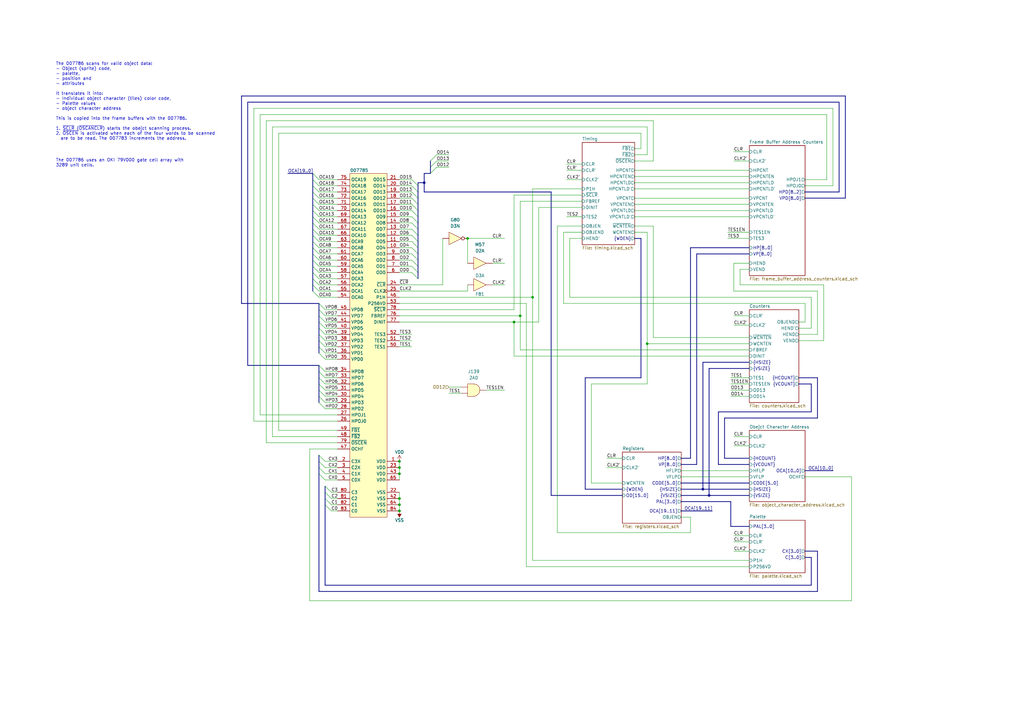
<source format=kicad_sch>
(kicad_sch (version 20230121) (generator eeschema)
  (paper "A3")
  (title_block (title "Konami 007785") (date "2023-12-22") (company "Ulf Skutnabba, twitter: @skutis77"))
  (lib_symbols
    (symbol "ga_konami:007785_internal"
      (property "Reference" "U" (at 5.08 72.39 0))
      (property "Value" "007785" (at -3.81 72.39 0))
      (symbol "007785_internal_0_1"
        (rectangle (start -7.62 71.12) (end 7.62 -69.85) (fill (type background)))
      )
      (symbol "007785_internal_1_1"
        (pin power_out line (at 12.7 -46.99 180) (length 5.08) (name "VDD") (number "1"))
        (pin output line (at 12.7 40.64 180) (length 5.08) (name "OD4") (number "10"))
        (pin output line (at 12.7 43.18 180) (length 5.08) (name "OD5") (number "11"))
        (pin output line (at 12.7 45.72 180) (length 5.08) (name "OD6") (number "12"))
        (pin output line (at 12.7 48.26 180) (length 5.08) (name "OD7") (number "13"))
        (pin output line (at 12.7 50.8 180) (length 5.08) (name "OD8") (number "14"))
        (pin output line (at 12.7 53.34 180) (length 5.08) (name "OD9") (number "15"))
        (pin output line (at 12.7 55.88 180) (length 5.08) (name "OD10") (number "16"))
        (pin output line (at 12.7 58.42 180) (length 5.08) (name "OD11") (number "17"))
        (pin output line (at 12.7 60.96 180) (length 5.08) (name "OD12") (number "18"))
        (pin output line (at 12.7 63.5 180) (length 5.08) (name "OD13") (number "19"))
        (pin input line (at -12.7 -46.99 0) (length 5.08) (name "C3X") (number "2"))
        (pin output line (at 12.7 66.04 180) (length 5.08) (name "OD14") (number "20"))
        (pin output line (at 12.7 68.58 180) (length 5.08) (name "OD15") (number "21"))
        (pin power_out line (at 12.7 -59.69 180) (length 5.08) (name "VSS") (number "22"))
        (pin power_out line (at 12.7 -49.53 180) (length 5.08) (name "VDD") (number "23"))
        (pin output line (at 12.7 25.4 180) (length 5.08) (name "~{CLR}") (number "24"))
        (pin output clock (at 12.7 22.86 180) (length 5.08) (name "CLK2") (number "25"))
        (pin input line (at -12.7 -30.48 0) (length 5.08) (name "HPOJ0") (number "26"))
        (pin input line (at -12.7 -27.94 0) (length 5.08) (name "HPOJ1") (number "27"))
        (pin input line (at -12.7 -25.4 0) (length 5.08) (name "HPD2") (number "28"))
        (pin input line (at -12.7 -22.86 0) (length 5.08) (name "HPD3") (number "29"))
        (pin input line (at -12.7 -49.53 0) (length 5.08) (name "C2X") (number "3"))
        (pin input line (at -12.7 -20.32 0) (length 5.08) (name "HPD4") (number "30"))
        (pin input line (at -12.7 -17.78 0) (length 5.08) (name "HPD5") (number "31"))
        (pin input line (at -12.7 -15.24 0) (length 5.08) (name "HPD6") (number "32"))
        (pin input line (at -12.7 -12.7 0) (length 5.08) (name "HPD7") (number "33"))
        (pin input line (at -12.7 -10.16 0) (length 5.08) (name "HPD8") (number "34"))
        (pin input line (at -12.7 -5.08 0) (length 5.08) (name "VPD0") (number "35"))
        (pin input line (at -12.7 -2.54 0) (length 5.08) (name "VPD1") (number "36"))
        (pin input line (at -12.7 0 0) (length 5.08) (name "VPD2") (number "37"))
        (pin input line (at -12.7 2.54 0) (length 5.08) (name "VPD3") (number "38"))
        (pin input line (at -12.7 5.08 0) (length 5.08) (name "VPD4") (number "39"))
        (pin input line (at -12.7 -52.07 0) (length 5.08) (name "C1X") (number "4"))
        (pin input line (at -12.7 7.62 0) (length 5.08) (name "VPD5") (number "40"))
        (pin input line (at -12.7 10.16 0) (length 5.08) (name "VPD6") (number "41"))
        (pin power_out line (at 12.7 -62.23 180) (length 5.08) (name "VSS") (number "42"))
        (pin power_out line (at 12.7 -52.07 180) (length 5.08) (name "VDD") (number "43"))
        (pin input line (at -12.7 12.7 0) (length 5.08) (name "VPD7") (number "44"))
        (pin input line (at -12.7 15.24 0) (length 5.08) (name "VPD8") (number "45"))
        (pin output line (at 12.7 20.32 180) (length 5.08) (name "P1H") (number "46"))
        (pin input line (at -12.7 -41.91 0) (length 5.08) (name "OCHF") (number "47"))
        (pin input line (at -12.7 -36.83 0) (length 5.08) (name "~{FB2}") (number "48"))
        (pin input line (at -12.7 -34.29 0) (length 5.08) (name "~{FB1}") (number "49"))
        (pin input line (at -12.7 -54.61 0) (length 5.08) (name "C0X") (number "5"))
        (pin output line (at 12.7 0 180) (length 5.08) (name "TES1") (number "50"))
        (pin output line (at 12.7 2.54 180) (length 5.08) (name "TES2") (number "51"))
        (pin output line (at 12.7 5.08 180) (length 5.08) (name "TES3") (number "52"))
        (pin output line (at 12.7 17.78 180) (length 5.08) (name "P256VD") (number "53"))
        (pin input line (at -12.7 20.32 0) (length 5.08) (name "OCA0") (number "54"))
        (pin input line (at -12.7 22.86 0) (length 5.08) (name "OCA1") (number "55"))
        (pin input line (at -12.7 25.4 0) (length 5.08) (name "OCA2") (number "56"))
        (pin input line (at -12.7 27.94 0) (length 5.08) (name "OCA3") (number "57"))
        (pin input line (at -12.7 30.48 0) (length 5.08) (name "OCA4") (number "58"))
        (pin input line (at -12.7 33.02 0) (length 5.08) (name "OCA5") (number "59"))
        (pin output line (at 12.7 30.48 180) (length 5.08) (name "OD0") (number "6"))
        (pin input line (at -12.7 35.56 0) (length 5.08) (name "OCA6") (number "60"))
        (pin input line (at -12.7 38.1 0) (length 5.08) (name "OCA7") (number "61"))
        (pin input line (at -12.7 40.64 0) (length 5.08) (name "OCA8") (number "62"))
        (pin input line (at -12.7 43.18 0) (length 5.08) (name "OCA9") (number "63"))
        (pin power_out line (at 12.7 -64.77 180) (length 5.08) (name "VSS") (number "64"))
        (pin power_out line (at 12.7 -54.61 180) (length 5.08) (name "VDD") (number "65"))
        (pin input line (at -12.7 45.72 0) (length 5.08) (name "OCA10") (number "66"))
        (pin input line (at -12.7 48.26 0) (length 5.08) (name "OCA11") (number "67"))
        (pin input line (at -12.7 50.8 0) (length 5.08) (name "OCA12") (number "68"))
        (pin input line (at -12.7 53.34 0) (length 5.08) (name "OCA13") (number "69"))
        (pin output line (at 12.7 33.02 180) (length 5.08) (name "OD1") (number "7"))
        (pin input line (at -12.7 55.88 0) (length 5.08) (name "OCA14") (number "70"))
        (pin input line (at -12.7 58.42 0) (length 5.08) (name "OCA15") (number "71"))
        (pin input line (at -12.7 60.96 0) (length 5.08) (name "OCA16") (number "72"))
        (pin input line (at -12.7 63.5 0) (length 5.08) (name "OCA17") (number "73"))
        (pin input line (at -12.7 66.04 0) (length 5.08) (name "OCA18") (number "74"))
        (pin input line (at -12.7 68.58 0) (length 5.08) (name "OCA19") (number "75"))
        (pin output line (at 12.7 12.7 180) (length 5.08) (name "FBREF") (number "76"))
        (pin output line (at 12.7 10.16 180) (length 5.08) (name "DINIT") (number "77"))
        (pin output line (at 12.7 15.24 180) (length 5.08) (name "~{SCLR}") (number "78"))
        (pin input line (at -12.7 -39.37 0) (length 5.08) (name "~{OSCEN}") (number "79"))
        (pin output line (at 12.7 35.56 180) (length 5.08) (name "OD2") (number "8"))
        (pin input line (at -12.7 -59.69 0) (length 5.08) (name "C3") (number "80"))
        (pin input line (at -12.7 -62.23 0) (length 5.08) (name "C2") (number "81"))
        (pin input line (at -12.7 -64.77 0) (length 5.08) (name "C1") (number "82"))
        (pin input line (at -12.7 -67.31 0) (length 5.08) (name "C0") (number "83"))
        (pin power_out line (at 12.7 -67.31 180) (length 5.08) (name "VSS") (number "84"))
        (pin output line (at 12.7 38.1 180) (length 5.08) (name "OD3") (number "9"))
      )
    )
    (symbol "ga_oki_msm70v0000:2AD"
      (property "Reference" "U" (at 0 3.81 0))
      (property "Value" "2AD" (at 0 -3.81 0))
      (symbol "2AD_1_1"
        (arc (start 0 -2.54) (mid 1.7263 -1.7263) (end 2.54 0) (fill (type background)))
        (polyline (pts (xy 0 2.54) (xy -2.54 2.54) (xy -2.54 -2.54) (xy 0 -2.54)) (fill (type background)))
        (arc (start 2.54 0) (mid 1.7961 1.7961) (end 0 2.54) (fill (type background)))
        (pin input line (at -5.08 -1.27 0) (length 2.54) (name "") (number ""))
        (pin input line (at -5.08 1.27 0) (length 2.54) (name "") (number ""))
        (pin output line (at 5.08 0 180) (length 2.54) (name "") (number ""))
      )
    )
    (symbol "ga_oki_msm70v0000:D2A"
      (property "Reference" "U" (at 0 3.81 0))
      (property "Value" "D2A" (at 0 -3.81 0))
      (symbol "D2A_1_1"
        (polyline (pts (xy -2.54 2.54) (xy -2.54 -2.54) (xy 2.54 0) (xy -2.54 2.54)) (fill (type background)))
        (pin input line (at -5.08 0 0) (length 2.54) (name "") (number ""))
        (pin output line (at 5.08 0 180) (length 2.54) (name "") (number ""))
      )
    )
    (symbol "ga_oki_msm70v0000:D3A"
      (property "Reference" "U" (at 0 3.81 0))
      (property "Value" "D3A" (at 0 -3.81 0))
      (symbol "D3A_1_1"
        (polyline (pts (xy -2.54 2.54) (xy -2.54 -2.54) (xy 2.54 0) (xy -2.54 2.54)) (fill (type background)))
        (pin input line (at -5.08 0 0) (length 2.54) (name "") (number ""))
        (pin output line (at 5.08 0 180) (length 2.54) (name "") (number ""))
      )
    )
    (symbol "ga_oki_msm70v0000:D3N"
      (property "Reference" "U" (at 0 3.81 0))
      (property "Value" "D3N" (at 0 -3.81 0))
      (symbol "D3N_1_1"
        (polyline (pts (xy -2.54 2.54) (xy -2.54 -2.54) (xy 2.54 0) (xy -2.54 2.54)) (fill (type background)))
        (pin input line (at -5.08 0 0) (length 2.54) (name "") (number ""))
        (pin output inverted (at 5.08 0 180) (length 2.54) (name "") (number ""))
      )
    )
    (symbol "power:VDD" (power) (pin_names (offset 0))
      (property "Value" "VDD" (at 0 3.81 0))
      (symbol "VDD_0_1"
        (polyline (pts (xy -0.762 1.27) (xy 0 2.54)))
        (polyline (pts (xy 0 0) (xy 0 2.54)))
        (polyline (pts (xy 0 2.54) (xy 0.762 1.27)))
      )
      (symbol "VDD_1_1"
        (pin power_in line (at 0 0 90) (length 0) hide (name "VDD") (number "1"))
      )
    )
    (symbol "power:VSS" (power) (pin_names (offset 0))
      (property "Value" "VSS" (at 0 3.81 0))
      (symbol "VSS_0_1"
        (polyline (pts (xy 0 0) (xy 0 2.54)))
        (polyline (pts (xy 0.762 1.27) (xy -0.762 1.27) (xy 0 2.54) (xy 0.762 1.27)) (fill (type outline)))
      )
      (symbol "VSS_1_1"
        (pin power_in line (at 0 0 90) (length 0) hide (name "VSS") (number "1"))
      )
    )
  )
  (junction (at 163.83 189.23))
  (junction (at 210.82 132.08))
  (junction (at 163.83 194.31))
  (junction (at 163.83 209.55))
  (junction (at 163.83 191.77))
  (junction (at 290.83 203.2))
  (junction (at 265.43 140.97))
  (junction (at 288.29 200.66))
  (junction (at 163.83 204.47))
  (junction (at 218.44 121.92))
  (junction (at 163.83 207.01))
  (junction (at 213.36 129.54))
  (junction (at 191.77 97.79))
  (junction (at 173.99 74.93))
  (bus_entry (at 168.91 73.66) (size 2.54 2.54))
  (bus_entry (at 168.91 83.82) (size 2.54 2.54))
  (bus_entry (at 130.81 134.62) (size 2.54 2.54))
  (bus_entry (at 130.81 152.4) (size 2.54 2.54))
  (bus_entry (at 168.91 111.76) (size 2.54 2.54))
  (bus_entry (at 128.27 114.3) (size 2.54 2.54))
  (bus_entry (at 176.53 68.58) (size 2.54 -2.54))
  (bus_entry (at 130.81 191.77) (size 2.54 2.54))
  (bus_entry (at 128.27 71.12) (size 2.54 2.54))
  (bus_entry (at 130.81 157.48) (size 2.54 2.54))
  (bus_entry (at 168.91 81.28) (size 2.54 2.54))
  (bus_entry (at 168.91 76.2) (size 2.54 2.54))
  (bus_entry (at 130.81 124.46) (size 2.54 2.54))
  (bus_entry (at 168.91 96.52) (size 2.54 2.54))
  (bus_entry (at 130.81 132.08) (size 2.54 2.54))
  (bus_entry (at 168.91 106.68) (size 2.54 2.54))
  (bus_entry (at 130.81 129.54) (size 2.54 2.54))
  (bus_entry (at 128.27 116.84) (size 2.54 2.54))
  (bus_entry (at 168.91 86.36) (size 2.54 2.54))
  (bus_entry (at 133.35 207.01) (size 2.54 2.54))
  (bus_entry (at 130.81 139.7) (size 2.54 2.54))
  (bus_entry (at 128.27 119.38) (size 2.54 2.54))
  (bus_entry (at 128.27 83.82) (size 2.54 2.54))
  (bus_entry (at 168.91 101.6) (size 2.54 2.54))
  (bus_entry (at 128.27 109.22) (size 2.54 2.54))
  (bus_entry (at 130.81 194.31) (size 2.54 2.54))
  (bus_entry (at 128.27 93.98) (size 2.54 2.54))
  (bus_entry (at 168.91 104.14) (size 2.54 2.54))
  (bus_entry (at 128.27 73.66) (size 2.54 2.54))
  (bus_entry (at 128.27 86.36) (size 2.54 2.54))
  (bus_entry (at 128.27 104.14) (size 2.54 2.54))
  (bus_entry (at 176.53 66.04) (size 2.54 -2.54))
  (bus_entry (at 130.81 189.23) (size 2.54 2.54))
  (bus_entry (at 130.81 186.69) (size 2.54 2.54))
  (bus_entry (at 130.81 160.02) (size 2.54 2.54))
  (bus_entry (at 168.91 88.9) (size 2.54 2.54))
  (bus_entry (at 128.27 81.28) (size 2.54 2.54))
  (bus_entry (at 128.27 101.6) (size 2.54 2.54))
  (bus_entry (at 133.35 204.47) (size 2.54 2.54))
  (bus_entry (at 128.27 99.06) (size 2.54 2.54))
  (bus_entry (at 130.81 149.86) (size 2.54 2.54))
  (bus_entry (at 133.35 199.39) (size 2.54 2.54))
  (bus_entry (at 130.81 127) (size 2.54 2.54))
  (bus_entry (at 168.91 109.22) (size 2.54 2.54))
  (bus_entry (at 176.53 71.12) (size 2.54 -2.54))
  (bus_entry (at 128.27 88.9) (size 2.54 2.54))
  (bus_entry (at 128.27 111.76) (size 2.54 2.54))
  (bus_entry (at 128.27 91.44) (size 2.54 2.54))
  (bus_entry (at 168.91 91.44) (size 2.54 2.54))
  (bus_entry (at 128.27 76.2) (size 2.54 2.54))
  (bus_entry (at 130.81 137.16) (size 2.54 2.54))
  (bus_entry (at 133.35 201.93) (size 2.54 2.54))
  (bus_entry (at 128.27 106.68) (size 2.54 2.54))
  (bus_entry (at 130.81 165.1) (size 2.54 2.54))
  (bus_entry (at 130.81 142.24) (size 2.54 2.54))
  (bus_entry (at 128.27 78.74) (size 2.54 2.54))
  (bus_entry (at 130.81 154.94) (size 2.54 2.54))
  (bus_entry (at 130.81 144.78) (size 2.54 2.54))
  (bus_entry (at 168.91 99.06) (size 2.54 2.54))
  (bus_entry (at 130.81 162.56) (size 2.54 2.54))
  (bus_entry (at 128.27 96.52) (size 2.54 2.54))
  (bus_entry (at 168.91 78.74) (size 2.54 2.54))
  (bus_entry (at 168.91 93.98) (size 2.54 2.54))
  (wire (pts (xy 300.99 129.54) (xy 307.34 129.54)))
  (wire (pts (xy 133.35 139.7) (xy 138.43 139.7)))
  (bus (pts (xy 171.45 96.52) (xy 171.45 99.06)))
  (wire (pts (xy 213.36 82.55) (xy 238.76 82.55)))
  (wire (pts (xy 267.97 66.04) (xy 267.97 49.53)))
  (wire (pts (xy 242.57 198.12) (xy 255.27 198.12)))
  (wire (pts (xy 163.83 93.98) (xy 168.91 93.98)))
  (wire (pts (xy 163.83 204.47) (xy 163.83 207.01)))
  (bus (pts (xy 240.03 154.94) (xy 240.03 200.66)))
  (bus (pts (xy 307.34 187.96) (xy 297.18 187.96)))
  (wire (pts (xy 133.35 129.54) (xy 138.43 129.54)))
  (bus (pts (xy 128.27 91.44) (xy 128.27 88.9)))
  (wire (pts (xy 339.09 46.99) (xy 106.68 46.99)))
  (wire (pts (xy 184.15 161.29) (xy 189.23 161.29)))
  (bus (pts (xy 128.27 119.38) (xy 128.27 116.84)))
  (bus (pts (xy 285.75 104.14) (xy 307.34 104.14)))
  (wire (pts (xy 130.81 78.74) (xy 138.43 78.74)))
  (wire (pts (xy 163.83 101.6) (xy 168.91 101.6)))
  (bus (pts (xy 171.45 88.9) (xy 171.45 91.44)))
  (wire (pts (xy 163.83 81.28) (xy 168.91 81.28)))
  (bus (pts (xy 130.81 186.69) (xy 130.81 189.23)))
  (bus (pts (xy 130.81 149.86) (xy 101.6 149.86)))
  (bus (pts (xy 130.81 127) (xy 130.81 124.46)))
  (bus (pts (xy 171.45 111.76) (xy 171.45 114.3)))
  (bus (pts (xy 171.45 86.36) (xy 171.45 88.9)))
  (bus (pts (xy 332.74 228.6) (xy 332.74 240.03)))
  (bus (pts (xy 128.27 86.36) (xy 128.27 83.82)))
  (bus (pts (xy 128.27 106.68) (xy 128.27 104.14)))
  (bus (pts (xy 171.45 83.82) (xy 171.45 86.36)))
  (wire (pts (xy 130.81 86.36) (xy 138.43 86.36)))
  (wire (pts (xy 210.82 127) (xy 210.82 80.01)))
  (wire (pts (xy 299.72 162.56) (xy 307.34 162.56)))
  (wire (pts (xy 109.22 49.53) (xy 109.22 181.61)))
  (bus (pts (xy 130.81 144.78) (xy 130.81 142.24)))
  (bus (pts (xy 279.4 187.96) (xy 283.21 187.96)))
  (wire (pts (xy 111.76 179.07) (xy 138.43 179.07)))
  (wire (pts (xy 135.89 201.93) (xy 138.43 201.93)))
  (wire (pts (xy 133.35 157.48) (xy 138.43 157.48)))
  (bus (pts (xy 279.4 203.2) (xy 290.83 203.2)))
  (wire (pts (xy 133.35 147.32) (xy 138.43 147.32)))
  (bus (pts (xy 171.45 78.74) (xy 171.45 81.28)))
  (wire (pts (xy 163.83 88.9) (xy 168.91 88.9)))
  (wire (pts (xy 133.35 167.64) (xy 138.43 167.64)))
  (bus (pts (xy 332.74 240.03) (xy 133.35 240.03)))
  (bus (pts (xy 130.81 154.94) (xy 130.81 152.4)))
  (wire (pts (xy 130.81 76.2) (xy 138.43 76.2)))
  (bus (pts (xy 171.45 106.68) (xy 171.45 109.22)))
  (wire (pts (xy 279.4 212.09) (xy 283.21 212.09)))
  (wire (pts (xy 307.34 146.05) (xy 210.82 146.05)))
  (wire (pts (xy 138.43 172.72) (xy 104.14 172.72)))
  (bus (pts (xy 262.89 154.94) (xy 240.03 154.94)))
  (bus (pts (xy 171.45 81.28) (xy 171.45 83.82)))
  (wire (pts (xy 133.35 144.78) (xy 138.43 144.78)))
  (bus (pts (xy 128.27 81.28) (xy 128.27 78.74)))
  (wire (pts (xy 163.83 111.76) (xy 168.91 111.76)))
  (wire (pts (xy 130.81 119.38) (xy 138.43 119.38)))
  (bus (pts (xy 330.2 193.04) (xy 341.63 193.04)))
  (wire (pts (xy 300.99 66.04) (xy 307.34 66.04)))
  (wire (pts (xy 191.77 119.38) (xy 163.83 119.38)))
  (bus (pts (xy 171.45 91.44) (xy 171.45 93.98)))
  (wire (pts (xy 330.2 132.08) (xy 330.2 124.46)))
  (bus (pts (xy 346.71 81.28) (xy 346.71 39.37)))
  (wire (pts (xy 114.3 176.53) (xy 114.3 54.61)))
  (wire (pts (xy 218.44 121.92) (xy 218.44 229.87)))
  (wire (pts (xy 330.2 73.66) (xy 339.09 73.66)))
  (bus (pts (xy 344.17 41.91) (xy 101.6 41.91)))
  (bus (pts (xy 128.27 99.06) (xy 128.27 96.52)))
  (bus (pts (xy 128.27 76.2) (xy 128.27 73.66)))
  (wire (pts (xy 138.43 176.53) (xy 114.3 176.53)))
  (wire (pts (xy 283.21 218.44) (xy 228.6 218.44)))
  (bus (pts (xy 335.28 171.45) (xy 335.28 154.94)))
  (bus (pts (xy 130.81 129.54) (xy 130.81 127)))
  (bus (pts (xy 176.53 66.04) (xy 176.53 68.58)))
  (bus (pts (xy 279.4 200.66) (xy 288.29 200.66)))
  (wire (pts (xy 130.81 83.82) (xy 138.43 83.82)))
  (bus (pts (xy 240.03 200.66) (xy 255.27 200.66)))
  (bus (pts (xy 128.27 96.52) (xy 128.27 93.98)))
  (wire (pts (xy 260.35 77.47) (xy 307.34 77.47)))
  (bus (pts (xy 279.4 198.12) (xy 307.34 198.12)))
  (wire (pts (xy 130.81 106.68) (xy 138.43 106.68)))
  (bus (pts (xy 226.06 78.74) (xy 226.06 203.2)))
  (wire (pts (xy 163.83 99.06) (xy 168.91 99.06)))
  (wire (pts (xy 135.89 209.55) (xy 138.43 209.55)))
  (bus (pts (xy 130.81 124.46) (xy 99.06 124.46)))
  (bus (pts (xy 173.99 78.74) (xy 173.99 74.93)))
  (bus (pts (xy 130.81 134.62) (xy 130.81 132.08)))
  (bus (pts (xy 288.29 200.66) (xy 307.34 200.66)))
  (wire (pts (xy 248.92 187.96) (xy 255.27 187.96)))
  (wire (pts (xy 220.98 132.08) (xy 220.98 85.09)))
  (bus (pts (xy 335.28 154.94) (xy 327.66 154.94)))
  (wire (pts (xy 163.83 139.7) (xy 168.91 139.7)))
  (bus (pts (xy 173.99 71.12) (xy 176.53 71.12)))
  (wire (pts (xy 220.98 85.09) (xy 238.76 85.09)))
  (wire (pts (xy 260.35 69.85) (xy 307.34 69.85)))
  (wire (pts (xy 163.83 116.84) (xy 181.61 116.84)))
  (bus (pts (xy 130.81 194.31) (xy 130.81 242.57)))
  (wire (pts (xy 130.81 116.84) (xy 138.43 116.84)))
  (wire (pts (xy 133.35 196.85) (xy 138.43 196.85)))
  (wire (pts (xy 133.35 194.31) (xy 138.43 194.31)))
  (bus (pts (xy 279.4 205.74) (xy 299.72 205.74)))
  (wire (pts (xy 130.81 96.52) (xy 138.43 96.52)))
  (wire (pts (xy 260.35 95.25) (xy 265.43 95.25)))
  (bus (pts (xy 128.27 114.3) (xy 128.27 111.76)))
  (bus (pts (xy 332.74 168.91) (xy 332.74 157.48)))
  (wire (pts (xy 133.35 134.62) (xy 138.43 134.62)))
  (wire (pts (xy 349.25 195.58) (xy 349.25 246.38)))
  (wire (pts (xy 106.68 46.99) (xy 106.68 170.18)))
  (wire (pts (xy 327.66 139.7) (xy 337.82 139.7)))
  (bus (pts (xy 130.81 132.08) (xy 130.81 129.54)))
  (wire (pts (xy 163.83 124.46) (xy 215.9 124.46)))
  (wire (pts (xy 303.53 110.49) (xy 303.53 116.84)))
  (wire (pts (xy 163.83 129.54) (xy 213.36 129.54)))
  (wire (pts (xy 260.35 81.28) (xy 307.34 81.28)))
  (wire (pts (xy 300.99 133.35) (xy 307.34 133.35)))
  (wire (pts (xy 133.35 189.23) (xy 138.43 189.23)))
  (bus (pts (xy 297.18 171.45) (xy 335.28 171.45)))
  (bus (pts (xy 99.06 39.37) (xy 99.06 124.46)))
  (wire (pts (xy 260.35 74.93) (xy 307.34 74.93)))
  (wire (pts (xy 260.35 63.5) (xy 265.43 63.5)))
  (wire (pts (xy 267.97 138.43) (xy 307.34 138.43)))
  (wire (pts (xy 267.97 49.53) (xy 109.22 49.53)))
  (bus (pts (xy 176.53 68.58) (xy 176.53 71.12)))
  (wire (pts (xy 163.83 83.82) (xy 168.91 83.82)))
  (wire (pts (xy 339.09 73.66) (xy 339.09 46.99)))
  (bus (pts (xy 133.35 207.01) (xy 133.35 240.03)))
  (wire (pts (xy 232.41 73.66) (xy 238.76 73.66)))
  (wire (pts (xy 130.81 91.44) (xy 138.43 91.44)))
  (wire (pts (xy 210.82 132.08) (xy 220.98 132.08)))
  (bus (pts (xy 307.34 151.13) (xy 290.83 151.13)))
  (bus (pts (xy 171.45 76.2) (xy 171.45 78.74)))
  (wire (pts (xy 228.6 92.71) (xy 228.6 218.44)))
  (wire (pts (xy 163.83 207.01) (xy 163.83 209.55)))
  (wire (pts (xy 191.77 116.84) (xy 191.77 119.38)))
  (bus (pts (xy 128.27 83.82) (xy 128.27 81.28)))
  (bus (pts (xy 346.71 39.37) (xy 99.06 39.37)))
  (wire (pts (xy 163.83 191.77) (xy 163.83 194.31)))
  (wire (pts (xy 133.35 162.56) (xy 138.43 162.56)))
  (wire (pts (xy 337.82 139.7) (xy 337.82 116.84)))
  (bus (pts (xy 128.27 101.6) (xy 128.27 99.06)))
  (wire (pts (xy 201.93 107.95) (xy 207.01 107.95)))
  (bus (pts (xy 128.27 111.76) (xy 128.27 109.22)))
  (bus (pts (xy 226.06 203.2) (xy 255.27 203.2)))
  (wire (pts (xy 267.97 92.71) (xy 267.97 138.43)))
  (wire (pts (xy 163.83 76.2) (xy 168.91 76.2)))
  (bus (pts (xy 130.81 152.4) (xy 130.81 149.86)))
  (wire (pts (xy 163.83 106.68) (xy 168.91 106.68)))
  (bus (pts (xy 171.45 93.98) (xy 171.45 96.52)))
  (wire (pts (xy 130.81 109.22) (xy 138.43 109.22)))
  (wire (pts (xy 104.14 172.72) (xy 104.14 44.45)))
  (wire (pts (xy 163.83 73.66) (xy 168.91 73.66)))
  (wire (pts (xy 260.35 86.36) (xy 307.34 86.36)))
  (wire (pts (xy 181.61 116.84) (xy 181.61 97.79)))
  (wire (pts (xy 130.81 73.66) (xy 138.43 73.66)))
  (wire (pts (xy 233.68 97.79) (xy 233.68 121.92)))
  (wire (pts (xy 163.83 137.16) (xy 168.91 137.16)))
  (wire (pts (xy 163.83 132.08) (xy 210.82 132.08)))
  (wire (pts (xy 300.99 222.25) (xy 307.34 222.25)))
  (wire (pts (xy 300.99 219.71) (xy 307.34 219.71)))
  (bus (pts (xy 288.29 148.59) (xy 288.29 200.66)))
  (wire (pts (xy 184.15 158.75) (xy 189.23 158.75)))
  (wire (pts (xy 265.43 95.25) (xy 265.43 140.97)))
  (wire (pts (xy 130.81 104.14) (xy 138.43 104.14)))
  (bus (pts (xy 260.35 97.79) (xy 262.89 97.79)))
  (wire (pts (xy 133.35 191.77) (xy 138.43 191.77)))
  (bus (pts (xy 130.81 157.48) (xy 130.81 154.94)))
  (wire (pts (xy 327.66 132.08) (xy 330.2 132.08)))
  (bus (pts (xy 297.18 187.96) (xy 297.18 171.45)))
  (bus (pts (xy 118.11 71.12) (xy 128.27 71.12)))
  (wire (pts (xy 201.93 116.84) (xy 207.01 116.84)))
  (bus (pts (xy 335.28 242.57) (xy 335.28 226.06)))
  (wire (pts (xy 114.3 54.61) (xy 262.89 54.61)))
  (wire (pts (xy 218.44 77.47) (xy 238.76 77.47)))
  (wire (pts (xy 106.68 170.18) (xy 138.43 170.18)))
  (wire (pts (xy 127 246.38) (xy 127 184.15)))
  (wire (pts (xy 233.68 97.79) (xy 238.76 97.79)))
  (wire (pts (xy 213.36 129.54) (xy 213.36 82.55)))
  (wire (pts (xy 242.57 157.48) (xy 242.57 198.12)))
  (wire (pts (xy 300.99 107.95) (xy 300.99 119.38)))
  (bus (pts (xy 171.45 74.93) (xy 173.99 74.93)))
  (bus (pts (xy 130.81 189.23) (xy 130.81 191.77)))
  (bus (pts (xy 285.75 104.14) (xy 285.75 190.5)))
  (wire (pts (xy 341.63 44.45) (xy 341.63 76.2)))
  (wire (pts (xy 330.2 195.58) (xy 349.25 195.58)))
  (wire (pts (xy 133.35 127) (xy 138.43 127)))
  (wire (pts (xy 135.89 207.01) (xy 138.43 207.01)))
  (wire (pts (xy 330.2 76.2) (xy 341.63 76.2)))
  (wire (pts (xy 300.99 182.88) (xy 307.34 182.88)))
  (bus (pts (xy 288.29 148.59) (xy 307.34 148.59)))
  (wire (pts (xy 130.81 93.98) (xy 138.43 93.98)))
  (bus (pts (xy 307.34 190.5) (xy 294.64 190.5)))
  (wire (pts (xy 133.35 137.16) (xy 138.43 137.16)))
  (wire (pts (xy 215.9 232.41) (xy 215.9 124.46)))
  (wire (pts (xy 163.83 109.22) (xy 168.91 109.22)))
  (bus (pts (xy 101.6 41.91) (xy 101.6 149.86)))
  (wire (pts (xy 260.35 60.96) (xy 262.89 60.96)))
  (wire (pts (xy 349.25 246.38) (xy 127 246.38)))
  (bus (pts (xy 128.27 109.22) (xy 128.27 106.68)))
  (wire (pts (xy 231.14 95.25) (xy 231.14 124.46)))
  (bus (pts (xy 128.27 78.74) (xy 128.27 76.2)))
  (bus (pts (xy 171.45 74.93) (xy 171.45 76.2)))
  (wire (pts (xy 300.99 179.07) (xy 307.34 179.07)))
  (wire (pts (xy 332.74 121.92) (xy 233.68 121.92)))
  (bus (pts (xy 128.27 93.98) (xy 128.27 91.44)))
  (wire (pts (xy 307.34 143.51) (xy 213.36 143.51)))
  (bus (pts (xy 173.99 74.93) (xy 173.99 71.12)))
  (wire (pts (xy 133.35 165.1) (xy 138.43 165.1)))
  (bus (pts (xy 262.89 97.79) (xy 262.89 154.94)))
  (wire (pts (xy 111.76 52.07) (xy 111.76 179.07)))
  (bus (pts (xy 128.27 88.9) (xy 128.27 86.36)))
  (wire (pts (xy 327.66 134.62) (xy 332.74 134.62)))
  (wire (pts (xy 283.21 212.09) (xy 283.21 218.44)))
  (wire (pts (xy 133.35 132.08) (xy 138.43 132.08)))
  (wire (pts (xy 260.35 72.39) (xy 307.34 72.39)))
  (bus (pts (xy 128.27 104.14) (xy 128.27 101.6)))
  (wire (pts (xy 260.35 92.71) (xy 267.97 92.71)))
  (bus (pts (xy 130.81 191.77) (xy 130.81 194.31)))
  (bus (pts (xy 133.35 201.93) (xy 133.35 204.47)))
  (bus (pts (xy 290.83 151.13) (xy 290.83 203.2)))
  (bus (pts (xy 294.64 168.91) (xy 332.74 168.91)))
  (wire (pts (xy 335.28 137.16) (xy 335.28 119.38)))
  (bus (pts (xy 130.81 162.56) (xy 130.81 160.02)))
  (wire (pts (xy 133.35 142.24) (xy 138.43 142.24)))
  (bus (pts (xy 128.27 116.84) (xy 128.27 114.3)))
  (wire (pts (xy 130.81 88.9) (xy 138.43 88.9)))
  (wire (pts (xy 130.81 99.06) (xy 138.43 99.06)))
  (wire (pts (xy 163.83 142.24) (xy 168.91 142.24)))
  (wire (pts (xy 300.99 107.95) (xy 307.34 107.95)))
  (wire (pts (xy 135.89 204.47) (xy 138.43 204.47)))
  (bus (pts (xy 130.81 137.16) (xy 130.81 134.62)))
  (wire (pts (xy 199.39 160.02) (xy 207.01 160.02)))
  (bus (pts (xy 130.81 165.1) (xy 130.81 162.56)))
  (wire (pts (xy 330.2 124.46) (xy 231.14 124.46)))
  (wire (pts (xy 299.72 160.02) (xy 307.34 160.02)))
  (wire (pts (xy 163.83 201.93) (xy 163.83 204.47)))
  (wire (pts (xy 265.43 52.07) (xy 111.76 52.07)))
  (wire (pts (xy 163.83 104.14) (xy 168.91 104.14)))
  (wire (pts (xy 179.07 66.04) (xy 184.15 66.04)))
  (wire (pts (xy 163.83 96.52) (xy 168.91 96.52)))
  (bus (pts (xy 283.21 187.96) (xy 283.21 101.6)))
  (wire (pts (xy 298.45 95.25) (xy 307.34 95.25)))
  (bus (pts (xy 335.28 226.06) (xy 330.2 226.06)))
  (wire (pts (xy 127 184.15) (xy 138.43 184.15)))
  (wire (pts (xy 133.35 154.94) (xy 138.43 154.94)))
  (wire (pts (xy 210.82 146.05) (xy 210.82 132.08)))
  (bus (pts (xy 133.35 204.47) (xy 133.35 207.01)))
  (wire (pts (xy 260.35 83.82) (xy 307.34 83.82)))
  (bus (pts (xy 332.74 157.48) (xy 327.66 157.48)))
  (wire (pts (xy 337.82 116.84) (xy 303.53 116.84)))
  (wire (pts (xy 210.82 80.01) (xy 238.76 80.01)))
  (bus (pts (xy 171.45 109.22) (xy 171.45 111.76)))
  (bus (pts (xy 128.27 73.66) (xy 128.27 71.12)))
  (bus (pts (xy 130.81 139.7) (xy 130.81 137.16)))
  (wire (pts (xy 133.35 160.02) (xy 138.43 160.02)))
  (wire (pts (xy 163.83 86.36) (xy 168.91 86.36)))
  (wire (pts (xy 303.53 110.49) (xy 307.34 110.49)))
  (wire (pts (xy 265.43 140.97) (xy 307.34 140.97)))
  (bus (pts (xy 283.21 101.6) (xy 307.34 101.6)))
  (bus (pts (xy 330.2 228.6) (xy 332.74 228.6)))
  (bus (pts (xy 171.45 104.14) (xy 171.45 106.68)))
  (bus (pts (xy 344.17 78.74) (xy 344.17 41.91)))
  (wire (pts (xy 307.34 229.87) (xy 218.44 229.87)))
  (wire (pts (xy 104.14 44.45) (xy 341.63 44.45)))
  (wire (pts (xy 300.99 62.23) (xy 307.34 62.23)))
  (wire (pts (xy 279.4 193.04) (xy 307.34 193.04)))
  (wire (pts (xy 228.6 92.71) (xy 238.76 92.71)))
  (bus (pts (xy 173.99 78.74) (xy 226.06 78.74)))
  (bus (pts (xy 279.4 209.55) (xy 292.1 209.55)))
  (wire (pts (xy 260.35 88.9) (xy 307.34 88.9)))
  (wire (pts (xy 265.43 157.48) (xy 242.57 157.48)))
  (wire (pts (xy 327.66 137.16) (xy 335.28 137.16)))
  (wire (pts (xy 163.83 127) (xy 210.82 127)))
  (bus (pts (xy 299.72 205.74) (xy 299.72 215.9)))
  (wire (pts (xy 130.81 111.76) (xy 138.43 111.76)))
  (wire (pts (xy 332.74 134.62) (xy 332.74 121.92)))
  (wire (pts (xy 300.99 226.06) (xy 307.34 226.06)))
  (wire (pts (xy 231.14 95.25) (xy 238.76 95.25)))
  (bus (pts (xy 130.81 142.24) (xy 130.81 139.7)))
  (wire (pts (xy 130.81 101.6) (xy 138.43 101.6)))
  (wire (pts (xy 179.07 68.58) (xy 184.15 68.58)))
  (bus (pts (xy 279.4 190.5) (xy 285.75 190.5)))
  (wire (pts (xy 262.89 60.96) (xy 262.89 54.61)))
  (wire (pts (xy 213.36 143.51) (xy 213.36 129.54)))
  (bus (pts (xy 290.83 203.2) (xy 307.34 203.2)))
  (wire (pts (xy 299.72 157.48) (xy 307.34 157.48)))
  (wire (pts (xy 279.4 195.58) (xy 307.34 195.58)))
  (wire (pts (xy 218.44 121.92) (xy 218.44 77.47)))
  (wire (pts (xy 191.77 97.79) (xy 207.01 97.79)))
  (wire (pts (xy 179.07 63.5) (xy 184.15 63.5)))
  (wire (pts (xy 109.22 181.61) (xy 138.43 181.61)))
  (bus (pts (xy 130.81 160.02) (xy 130.81 157.48)))
  (bus (pts (xy 171.45 101.6) (xy 171.45 104.14)))
  (bus (pts (xy 133.35 199.39) (xy 133.35 201.93)))
  (bus (pts (xy 330.2 81.28) (xy 346.71 81.28)))
  (wire (pts (xy 248.92 191.77) (xy 255.27 191.77)))
  (wire (pts (xy 260.35 66.04) (xy 267.97 66.04)))
  (wire (pts (xy 232.41 88.9) (xy 238.76 88.9)))
  (wire (pts (xy 265.43 63.5) (xy 265.43 52.07)))
  (wire (pts (xy 163.83 189.23) (xy 163.83 191.77)))
  (wire (pts (xy 130.81 114.3) (xy 138.43 114.3)))
  (wire (pts (xy 163.83 194.31) (xy 163.83 196.85)))
  (bus (pts (xy 171.45 99.06) (xy 171.45 101.6)))
  (wire (pts (xy 232.41 69.85) (xy 238.76 69.85)))
  (bus (pts (xy 299.72 215.9) (xy 307.34 215.9)))
  (wire (pts (xy 191.77 97.79) (xy 191.77 107.95)))
  (wire (pts (xy 299.72 154.94) (xy 307.34 154.94)))
  (wire (pts (xy 130.81 81.28) (xy 138.43 81.28)))
  (wire (pts (xy 265.43 140.97) (xy 265.43 157.48)))
  (wire (pts (xy 163.83 121.92) (xy 218.44 121.92)))
  (wire (pts (xy 307.34 232.41) (xy 215.9 232.41)))
  (wire (pts (xy 163.83 78.74) (xy 168.91 78.74)))
  (wire (pts (xy 133.35 152.4) (xy 138.43 152.4)))
  (wire (pts (xy 232.41 67.31) (xy 238.76 67.31)))
  (wire (pts (xy 130.81 121.92) (xy 138.43 121.92)))
  (bus (pts (xy 294.64 190.5) (xy 294.64 168.91)))
  (wire (pts (xy 335.28 119.38) (xy 300.99 119.38)))
  (bus (pts (xy 330.2 78.74) (xy 344.17 78.74)))
  (wire (pts (xy 298.45 97.79) (xy 307.34 97.79)))
  (bus (pts (xy 130.81 242.57) (xy 335.28 242.57)))
  (wire (pts (xy 163.83 91.44) (xy 168.91 91.44)))
  (text "The 007786 scans for valid object data:\n- Object (sprite) code,\n- palette,\n- position and\n- attributes\n\nIt translates it into:\n- Individual object character (tiles) color code,\n- Palette values\n- object character address\n\nThis is copied into the frame buffers with the 007786.\n\n1. ~{SCLR} (~{OSCANCLR}) starts the obejct scanning process.\n2. ~{OSCEN} is activated when each of the four words to be scanned\n  are to be read. The 007783 increments the address.\n\n" (at 22.86 59.69 0) (effects (font (size 1.27 1.27)) (justify left bottom)))
  (text "The 007786 uses an OKI 79V000 gate cell array with\n3289 unit cells." (at 22.86 68.58 0) (effects (font (size 1.27 1.27)) (justify left bottom)))
  (label "OD3" (at 163.83 104.14 0))
  (label "TES1" (at 299.72 154.94 0))
  (label "OD5" (at 163.83 99.06 0))
  (label "CLK2'" (at 300.99 133.35 0))
  (label "OCA7" (at 130.81 104.14 0))
  (label "CLK2" (at 163.83 119.38 0))
  (label "TES1EN" (at 299.72 157.48 0))
  (label "OD4" (at 163.83 101.6 0))
  (label "VPD2" (at 133.35 142.24 0))
  (label "C3" (at 135.89 201.93 0))
  (label "OD1" (at 163.83 109.22 0))
  (label "OCA2" (at 130.81 116.84 0))
  (label "TES1EN" (at 298.45 95.25 0))
  (label "HPD2" (at 133.35 167.64 0))
  (label "CLR'" (at 232.41 69.85 0))
  (label "OCA19" (at 130.81 73.66 0))
  (label "CX2" (at 134.62 191.77 0))
  (label "C1" (at 135.89 207.01 0))
  (label "OCA6" (at 130.81 106.68 0))
  (label "OCA[19..0]" (at 118.11 71.12 0))
  (label "OD13" (at 179.07 66.04 0))
  (label "OD13" (at 163.83 78.74 0))
  (label "OD2" (at 163.83 106.68 0))
  (label "OD11" (at 163.83 83.82 0))
  (label "TES1" (at 163.83 142.24 0))
  (label "OCA13" (at 130.81 88.9 0))
  (label "CX1" (at 134.62 194.31 0))
  (label "CLK2'" (at 300.99 66.04 0))
  (label "CLR" (at 300.99 62.23 0))
  (label "VPD6" (at 133.35 132.08 0))
  (label "CLR" (at 248.92 187.96 0))
  (label "TES2" (at 232.41 88.9 0))
  (label "CX0" (at 134.62 196.85 0))
  (label "C2" (at 135.89 204.47 0))
  (label "CLR" (at 300.99 179.07 0))
  (label "OCA5" (at 130.81 109.22 0))
  (label "OD0" (at 163.83 111.76 0))
  (label "OCA12" (at 130.81 91.44 0))
  (label "CLK2'" (at 232.41 73.66 0))
  (label "VPD3" (at 133.35 139.7 0))
  (label "OCA15" (at 130.81 83.82 0))
  (label "TES1EN" (at 199.39 160.02 0))
  (label "OCA16" (at 130.81 81.28 0))
  (label "OCA8" (at 130.81 101.6 0))
  (label "OD15" (at 163.83 73.66 0))
  (label "CLR" (at 300.99 219.71 0))
  (label "CLR" (at 300.99 129.54 0))
  (label "HPD3" (at 133.35 165.1 0))
  (label "OD7" (at 163.83 93.98 0))
  (label "HPD6" (at 133.35 157.48 0))
  (label "OD9" (at 163.83 88.9 0))
  (label "OCA14" (at 130.81 86.36 0))
  (label "OD12" (at 163.83 81.28 0))
  (label "VPD8" (at 133.35 127 0))
  (label "OCA3" (at 130.81 114.3 0))
  (label "OD12" (at 179.07 68.58 0))
  (label "OCA18" (at 130.81 76.2 0))
  (label "HPD5" (at 133.35 160.02 0))
  (label "OD13" (at 299.72 160.02 0))
  (label "OCA9" (at 130.81 99.06 0))
  (label "TES3" (at 163.83 137.16 0))
  (label "HPD4" (at 133.35 162.56 0))
  (label "VPD1" (at 133.35 144.78 0))
  (label "OD10" (at 163.83 86.36 0))
  (label "CLR" (at 201.93 97.79 0))
  (label "CLR'" (at 201.93 107.95 0))
  (label "OCA0" (at 130.81 121.92 0))
  (label "HPD7" (at 133.35 154.94 0))
  (label "OCA1" (at 130.81 119.38 0))
  (label "OCA[19..11]" (at 280.67 209.55 0))
  (label "CLK2'" (at 300.99 226.06 0))
  (label "CX3" (at 134.62 189.23 0))
  (label "TES2" (at 163.83 139.7 0))
  (label "OD8" (at 163.83 91.44 0))
  (label "OCA10" (at 130.81 96.52 0))
  (label "OCA11" (at 130.81 93.98 0))
  (label "CLR" (at 232.41 67.31 0))
  (label "VPD4" (at 133.35 137.16 0))
  (label "CLK2'" (at 201.93 116.84 0))
  (label "HPD8" (at 133.35 152.4 0))
  (label "OD6" (at 163.83 96.52 0))
  (label "TES1" (at 184.15 161.29 0))
  (label "CLR'" (at 300.99 222.25 0))
  (label "VPD0" (at 133.35 147.32 0))
  (label "CLK2'" (at 248.92 191.77 0))
  (label "VPD5" (at 133.35 134.62 0))
  (label "TES3" (at 298.45 97.79 0))
  (label "CLK2'" (at 300.99 182.88 0))
  (label "OD14" (at 299.72 162.56 0))
  (label "OD14" (at 179.07 63.5 0))
  (label "VPD7" (at 133.35 129.54 0))
  (label "C0" (at 135.89 209.55 0))
  (label "~{CLR}" (at 163.83 116.84 0))
  (label "OD14" (at 163.83 76.2 0))
  (label "OCA[10..0]" (at 331.47 193.04 0))
  (label "OCA4" (at 130.81 111.76 0))
  (label "OCA17" (at 130.81 78.74 0))
  (hierarchical_label "OD12" (shape input) (at 184.15 158.75 180))
  (symbol (lib_id "power:VSS") (at 163.83 209.55 180) (unit 1)
    (property "Reference" "#PWR02" (effects hide))
    (property "Value" "VSS" (at 163.83 213.36 0))
  )
  (symbol (lib_id "ga_oki_msm70v0000:D2A") (at 196.85 107.95 0) (unit 1)
    (property "Reference" "M57" (at 196.85 100.33 0))
    (property "Value" "D2A" (at 196.85 102.87 0))
  )
  (symbol (lib_id "ga_oki_msm70v0000:2AD") (at 194.31 160.02 0) (unit 1)
    (property "Reference" "J139" (at 194.31 152.4 0))
    (property "Value" "2AD" (at 194.31 154.94 0))
  )
  (symbol (lib_id "power:VDD") (at 163.83 189.23 0) (unit 1)
    (property "Reference" "#PWR01" (effects hide))
    (property "Value" "VDD" (at 163.83 185.42 0))
  )
  (symbol (lib_id "ga_konami:007785_internal") (at 151.13 142.24 0) (unit 1)
    (property "Reference" "U1" (effects hide))
    (property "Value" "007785" (at 147.32 69.85 0))
  )
  (symbol (lib_id "ga_oki_msm70v0000:D3A") (at 196.85 116.84 0) (unit 1)
    (property "Reference" "F81" (at 196.85 120.65 0))
    (property "Value" "D3A" (at 196.85 113.03 0))
  )
  (symbol (lib_id "ga_oki_msm70v0000:D3N") (at 186.69 97.79 0) (unit 1)
    (property "Reference" "G80" (at 186.69 90.17 0))
    (property "Value" "D3N" (at 186.69 92.71 0))
  )
  (sheet (at 307.34 127) (size 20.32 38.1) (stroke (width 0.1524))
    (property "Sheetname" "Counters" (at 307.34 126.2884 0) (effects (justify left bottom)))
    (property "Sheetfile" "counters.kicad_sch" (at 307.34 165.6846 0) (effects (justify left top)))
    (pin "CLK2'" input (at 307.34 133.35 180))
    (pin "CLR'" input (at 307.34 129.54 180))
    (pin "TES1EN" input (at 307.34 157.48 180))
    (pin "~{WCNTEN}" input (at 307.34 138.43 180))
    (pin "OBJEND" output (at 327.66 132.08 0))
    (pin "FBREF" input (at 307.34 143.51 180))
    (pin "DINIT" input (at 307.34 146.05 180))
    (pin "{HCOUNT}" output (at 327.66 154.94 0))
    (pin "HEND'" output (at 327.66 134.62 0))
    (pin "TES1" input (at 307.34 154.94 180))
    (pin "OD14" input (at 307.34 162.56 180))
    (pin "OD13" input (at 307.34 160.02 180))
    (pin "VEND" output (at 327.66 139.7 0))
    (pin "HEND" output (at 327.66 137.16 0))
    (pin "{VCOUNT}" output (at 327.66 157.48 0))
    (pin "{HSIZE}" input (at 307.34 148.59 180))
    (pin "{VSIZE}" input (at 307.34 151.13 180))
    (pin "WCNTEN" input (at 307.34 140.97 180))
  )
  (sheet (at 307.34 176.53) (size 22.86 29.21) (stroke (width 0.1524))
    (property "Sheetname" "Obejct Character Address" (at 307.34 175.8184 0) (effects (justify left bottom)))
    (property "Sheetfile" "object_character_address.kicad_sch" (at 307.34 206.3246 0) (effects (justify left top)))
    (pin "CLK2'" input (at 307.34 182.88 180))
    (pin "CLR" input (at 307.34 179.07 180))
    (pin "OCHF" output (at 330.2 195.58 0))
    (pin "CODE[5..0]" input (at 307.34 198.12 180))
    (pin "HFLP" input (at 307.34 193.04 180))
    (pin "{VCOUNT}" input (at 307.34 190.5 180))
    (pin "OCA[10..0]" output (at 330.2 193.04 0))
    (pin "{HCOUNT}" input (at 307.34 187.96 180))
    (pin "VFLP" input (at 307.34 195.58 180))
    (pin "{VSIZE}" input (at 307.34 203.2 180))
    (pin "{HSIZE}" input (at 307.34 200.66 180))
  )
  (sheet (at 307.34 59.69) (size 22.86 53.34) (stroke (width 0.1524))
    (property "Sheetname" "Frame Buffer Address Counters" (at 307.34 58.9784 0) (effects (justify left bottom)))
    (property "Sheetfile" "frame_buffer_address_counters.kicad_sch" (at 307.34 113.6146 0) (effects (justify left top)))
    (pin "CLK2'" input (at 307.34 66.04 180))
    (pin "CLR" input (at 307.34 62.23 180))
    (pin "VPCNTLD" input (at 307.34 86.36 180))
    (pin "VPCNTEN" input (at 307.34 83.82 180))
    (pin "TES1EN" input (at 307.34 95.25 180))
    (pin "VPCNT" input (at 307.34 81.28 180))
    (pin "VPCNTLD'" input (at 307.34 88.9 180))
    (pin "VPD[8..0]" output (at 330.2 81.28 0))
    (pin "VP[8..0]" input (at 307.34 104.14 180))
    (pin "HPCNTLD" input (at 307.34 74.93 180))
    (pin "HPCNTEN" input (at 307.34 72.39 180))
    (pin "HPCNTLD'" input (at 307.34 77.47 180))
    (pin "HPD[8..2]" output (at 330.2 78.74 0))
    (pin "HP[8..0]" input (at 307.34 101.6 180))
    (pin "HPOJ1" output (at 330.2 73.66 0))
    (pin "HEND" input (at 307.34 107.95 180))
    (pin "TES3" input (at 307.34 97.79 180))
    (pin "VEND" input (at 307.34 110.49 180))
    (pin "HPOJ0" output (at 330.2 76.2 0))
    (pin "HPCNT" input (at 307.34 69.85 180))
  )
  (sheet (at 255.27 185.42) (size 24.13 29.21) (stroke (width 0.1524))
    (property "Sheetname" "Registers" (at 255.27 184.7084 0) (effects (justify left bottom)))
    (property "Sheetfile" "registers.kicad_sch" (at 255.27 215.2146 0) (effects (justify left top)))
    (pin "CLR" input (at 255.27 187.96 180))
    (pin "WCNTEN" input (at 255.27 198.12 180))
    (pin "OD[15..0]" input (at 255.27 203.2 180))
    (pin "OCA[19..11]" output (at 279.4 209.55 0))
    (pin "HP[8..0]" output (at 279.4 187.96 0))
    (pin "{VSIZE}" output (at 279.4 203.2 0))
    (pin "HFLP" output (at 279.4 193.04 0))
    (pin "VFLP" output (at 279.4 195.58 0))
    (pin "VP[8..0]" output (at 279.4 190.5 0))
    (pin "{HSIZE}" output (at 279.4 200.66 0))
    (pin "PAL[3..0]" output (at 279.4 205.74 0))
    (pin "CODE[5..0]" output (at 279.4 198.12 0))
    (pin "OBJEN" output (at 279.4 212.09 0))
    (pin "{WDEN}" input (at 255.27 200.66 180))
    (pin "CLK2'" input (at 255.27 191.77 180))
  )
  (sheet (at 307.34 213.36) (size 22.86 21.59) (stroke (width 0.1524))
    (property "Sheetname" "Palette" (at 307.34 212.6484 0) (effects (justify left bottom)))
    (property "Sheetfile" "palette.kicad_sch" (at 307.34 235.5346 0) (effects (justify left top)))
    (pin "CLK2'" input (at 307.34 226.06 180))
    (pin "P256VD" input (at 307.34 232.41 180))
    (pin "P1H" input (at 307.34 229.87 180))
    (pin "CLR'" input (at 307.34 222.25 180))
    (pin "CLR" input (at 307.34 219.71 180))
    (pin "CX[3..0]" output (at 330.2 226.06 0))
    (pin "C[3..0]" output (at 330.2 228.6 0))
    (pin "PAL[3..0]" input (at 307.34 215.9 180))
  )
  (sheet (at 238.76 58.42) (size 21.59 41.91) (stroke (width 0.1524))
    (property "Sheetname" "Timing" (at 238.76 57.7084 0) (effects (justify left bottom)))
    (property "Sheetfile" "timing.kicad_sch" (at 238.76 100.9146 0) (effects (justify left top)))
    (pin "OBJEN" input (at 238.76 92.71 180))
    (pin "CLK2'" input (at 238.76 73.66 180))
    (pin "CLR'" input (at 238.76 69.85 180))
    (pin "DINIT" input (at 238.76 85.09 180))
    (pin "FBREF" input (at 238.76 82.55 180))
    (pin "HEND'" input (at 238.76 97.79 180))
    (pin "HPCNT" output (at 260.35 69.85 0))
    (pin "~{FB1}" output (at 260.35 60.96 0))
    (pin "VPCNT" output (at 260.35 81.28 0))
    (pin "HPCNTLD'" output (at 260.35 77.47 0))
    (pin "HPCNTLD" output (at 260.35 74.93 0))
    (pin "HPCNTEN" output (at 260.35 72.39 0))
    (pin "OBJEND" input (at 238.76 95.25 180))
    (pin "CLR" input (at 238.76 67.31 180))
    (pin "VPCNTEN" output (at 260.35 83.82 0))
    (pin "VPCNTLD'" output (at 260.35 88.9 0))
    (pin "VPCNTLD" output (at 260.35 86.36 0))
    (pin "~{FB2}" output (at 260.35 63.5 0))
    (pin "~{SCLR}" input (at 238.76 80.01 180))
    (pin "{WDEN}" output (at 260.35 97.79 0))
    (pin "TES2" input (at 238.76 88.9 180))
    (pin "~{WCNTEN}" output (at 260.35 92.71 0))
    (pin "WCNTEN" output (at 260.35 95.25 0))
    (pin "P1H" input (at 238.76 77.47 180))
    (pin "~{OSCEN}" output (at 260.35 66.04 0))
  )
)
</source>
